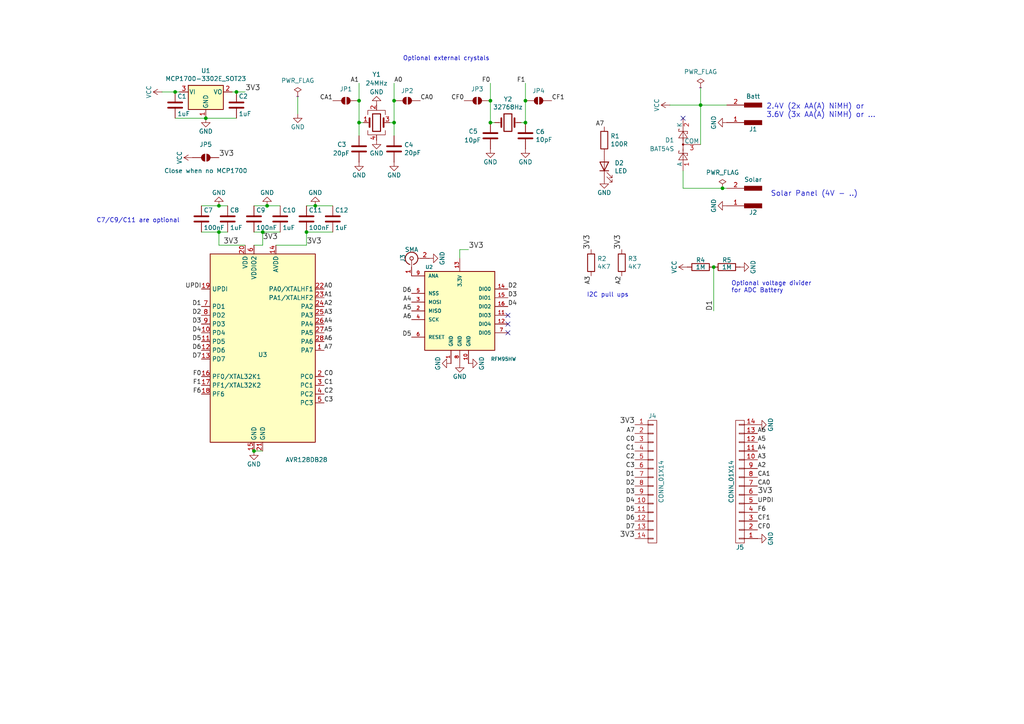
<source format=kicad_sch>
(kicad_sch (version 20250114) (generator "eeschema") (generator_version "9.0")
  (paper "A4")
  (title_block (title "AVR RFM95 Board") (date "2025-02-23") (rev "1.2") (company "http://v7f.eu"))
  (lib_symbols
    (symbol "AVR:AVR128DB28"
      (property "Reference" "U" (at -15.24 27.94 0))
      (property "Value" "AVR128DB28" (at 2.54 -29.21 0))
      (symbol "AVR128DB28_0_0"
        (pin bidirectional line (at -17.78 -11.43 0) (length 2.54) (name "PF1/XTAL32K2") (number "17"))
        (pin bidirectional line (at -17.78 -13.97 0) (length 2.54) (name "PF6") (number "18"))
      )
      (symbol "AVR128DB28_0_1"
        (rectangle (start -15.24 26.67) (end 15.24 -27.94) (stroke (width 0.254)) (fill (type background)))
      )
      (symbol "AVR128DB28_1_1"
        (pin bidirectional line (at -17.78 16.51 0) (length 2.54) (name "UPDI") (number "19"))
        (pin bidirectional line (at -17.78 11.43 0) (length 2.54) (name "PD1") (number "7"))
        (pin bidirectional line (at -17.78 8.89 0) (length 2.54) (name "PD2") (number "8"))
        (pin bidirectional line (at -17.78 6.35 0) (length 2.54) (name "PD3") (number "9"))
        (pin bidirectional line (at -17.78 3.81 0) (length 2.54) (name "PD4") (number "10"))
        (pin bidirectional line (at -17.78 1.27 0) (length 2.54) (name "PD5") (number "11"))
        (pin bidirectional line (at -17.78 -1.27 0) (length 2.54) (name "PD6") (number "12"))
        (pin bidirectional line (at -17.78 -3.81 0) (length 2.54) (name "PD7") (number "13"))
        (pin bidirectional line (at -17.78 -8.89 0) (length 2.54) (name "PF0/XTAL32K1") (number "16"))
        (pin power_in line (at -5.08 29.21 270) (length 2.54) (name "VDD") (number "20"))
        (pin power_in line (at -2.54 29.21 270) (length 2.54) (name "VDDIO2") (number "6"))
        (pin power_in line (at -2.54 -30.48 90) (length 2.54) (name "GND") (number "15"))
        (pin power_in line (at 0 -30.48 90) (length 2.54) (name "GND") (number "21"))
        (pin power_in line (at 3.81 29.21 270) (length 2.54) (name "AVDD") (number "14"))
        (pin bidirectional line (at 17.78 16.51 180) (length 2.54) (name "PA0/XTALHF1") (number "22"))
        (pin bidirectional line (at 17.78 13.97 180) (length 2.54) (name "PA1/XTALHF2") (number "23"))
        (pin bidirectional line (at 17.78 11.43 180) (length 2.54) (name "PA2") (number "24"))
        (pin bidirectional line (at 17.78 8.89 180) (length 2.54) (name "PA3") (number "25"))
        (pin bidirectional line (at 17.78 6.35 180) (length 2.54) (name "PA4") (number "26"))
        (pin bidirectional line (at 17.78 3.81 180) (length 2.54) (name "PA5") (number "27"))
        (pin bidirectional line (at 17.78 1.27 180) (length 2.54) (name "PA6") (number "28"))
        (pin bidirectional line (at 17.78 -1.27 180) (length 2.54) (name "PA7") (number "1"))
        (pin bidirectional line (at 17.78 -8.89 180) (length 2.54) (name "PC0") (number "2"))
        (pin bidirectional line (at 17.78 -11.43 180) (length 2.54) (name "PC1") (number "3"))
        (pin bidirectional line (at 17.78 -13.97 180) (length 2.54) (name "PC2") (number "4"))
        (pin bidirectional line (at 17.78 -16.51 180) (length 2.54) (name "PC3") (number "5"))
      )
    )
    (symbol "Connector:Conn_Coaxial" (pin_names (offset 1.016) (hide yes))
      (property "Reference" "J" (at 0.254 3.048 0))
      (property "Value" "Conn_Coaxial" (at 2.921 0 90))
      (symbol "Conn_Coaxial_0_1"
        (polyline (pts (xy -2.54 0) (xy -0.508 0)))
        (arc (start 1.778 0) (mid 0.222 -1.8079) (end -1.778 -0.508) (stroke (width 0.254)))
        (arc (start -1.778 0.508) (mid 0.2221 1.8084) (end 1.778 0) (stroke (width 0.254)))
        (circle (center 0 0) (radius 0.508) (stroke (width 0.2032)))
        (polyline (pts (xy 0 -2.54) (xy 0 -1.778)))
      )
      (symbol "Conn_Coaxial_1_1"
        (pin passive line (at -5.08 0 0) (length 2.54) (name "In") (number "1"))
        (pin passive line (at 0 -5.08 90) (length 2.54) (name "Ext") (number "2"))
      )
    )
    (symbol "Device:C" (pin_numbers (hide yes)) (pin_names (offset 0.254))
      (property "Reference" "C" (at 0.635 2.54 0))
      (property "Value" "C" (at 0.635 -2.54 0))
      (symbol "C_0_1"
        (polyline (pts (xy -2.032 0.762) (xy 2.032 0.762)) (stroke (width 0.508)))
        (polyline (pts (xy -2.032 -0.762) (xy 2.032 -0.762)) (stroke (width 0.508)))
      )
      (symbol "C_1_1"
        (pin passive line (at 0 3.81 270) (length 2.794) (name "~") (number "1"))
        (pin passive line (at 0 -3.81 90) (length 2.794) (name "~") (number "2"))
      )
    )
    (symbol "Device:Crystal" (pin_numbers (hide yes)) (pin_names (offset 1.016) (hide yes))
      (property "Reference" "Y" (at 0 3.81 0))
      (property "Value" "Crystal" (at 0 -3.81 0))
      (symbol "Crystal_0_1"
        (polyline (pts (xy -2.54 0) (xy -1.905 0)))
        (polyline (pts (xy -1.905 -1.27) (xy -1.905 1.27)) (stroke (width 0.508)))
        (rectangle (start -1.143 2.54) (end 1.143 -2.54) (stroke (width 0.3048)))
        (polyline (pts (xy 1.905 -1.27) (xy 1.905 1.27)) (stroke (width 0.508)))
        (polyline (pts (xy 2.54 0) (xy 1.905 0)))
      )
      (symbol "Crystal_1_1"
        (pin passive line (at -3.81 0 0) (length 1.27) (name "1") (number "1"))
        (pin passive line (at 3.81 0 180) (length 1.27) (name "2") (number "2"))
      )
    )
    (symbol "Device:Crystal_GND24" (pin_names (offset 1.016) (hide yes))
      (property "Reference" "Y" (at 3.175 5.08 0))
      (property "Value" "Crystal_GND24" (at 3.175 3.175 0))
      (symbol "Crystal_GND24_0_1"
        (polyline (pts (xy -2.54 2.286) (xy -2.54 3.556) (xy 2.54 3.556) (xy 2.54 2.286)))
        (polyline (pts (xy -2.54 0) (xy -2.032 0)))
        (polyline (pts (xy -2.54 -2.286) (xy -2.54 -3.556) (xy 2.54 -3.556) (xy 2.54 -2.286)))
        (polyline (pts (xy -2.032 -1.27) (xy -2.032 1.27)) (stroke (width 0.508)))
        (rectangle (start -1.143 2.54) (end 1.143 -2.54) (stroke (width 0.3048)))
        (polyline (pts (xy 0 3.556) (xy 0 3.81)))
        (polyline (pts (xy 0 -3.81) (xy 0 -3.556)))
        (polyline (pts (xy 2.032 0) (xy 2.54 0)))
        (polyline (pts (xy 2.032 -1.27) (xy 2.032 1.27)) (stroke (width 0.508)))
      )
      (symbol "Crystal_GND24_1_1"
        (pin passive line (at -3.81 0 0) (length 1.27) (name "1") (number "1"))
        (pin passive line (at 0 5.08 270) (length 1.27) (name "2") (number "2"))
        (pin passive line (at 0 -5.08 90) (length 1.27) (name "4") (number "4"))
        (pin passive line (at 3.81 0 180) (length 1.27) (name "3") (number "3"))
      )
    )
    (symbol "Device:LED" (pin_numbers (hide yes)) (pin_names (offset 1.016) (hide yes))
      (property "Reference" "D" (at 0 2.54 0))
      (property "Value" "LED" (at 0 -2.54 0))
      (symbol "LED_0_1"
        (polyline (pts (xy -3.048 -0.762) (xy -4.572 -2.286) (xy -3.81 -2.286) (xy -4.572 -2.286) (xy -4.572 -1.524)))
        (polyline (pts (xy -1.778 -0.762) (xy -3.302 -2.286) (xy -2.54 -2.286) (xy -3.302 -2.286) (xy -3.302 -1.524)))
        (polyline (pts (xy -1.27 0) (xy 1.27 0)))
        (polyline (pts (xy -1.27 -1.27) (xy -1.27 1.27)) (stroke (width 0.254)))
        (polyline (pts (xy 1.27 -1.27) (xy 1.27 1.27) (xy -1.27 0) (xy 1.27 -1.27)) (stroke (width 0.254)))
      )
      (symbol "LED_1_1"
        (pin passive line (at -3.81 0 0) (length 2.54) (name "K") (number "1"))
        (pin passive line (at 3.81 0 180) (length 2.54) (name "A") (number "2"))
      )
    )
    (symbol "Device:R" (pin_numbers (hide yes)) (pin_names (offset 0))
      (property "Reference" "R" (at 2.032 0 90))
      (property "Value" "R" (at 0 0 90))
      (symbol "R_0_1"
        (rectangle (start -1.016 -2.54) (end 1.016 2.54) (stroke (width 0.254)))
      )
      (symbol "R_1_1"
        (pin passive line (at 0 3.81 270) (length 1.27) (name "~") (number "1"))
        (pin passive line (at 0 -3.81 90) (length 1.27) (name "~") (number "2"))
      )
    )
    (symbol "Diode:BAT54S" (pin_names (offset 0))
      (property "Reference" "D" (at 2.54 -5.08 0))
      (property "Value" "BAT54S" (at -6.35 3.175 0))
      (symbol "BAT54S_0_1"
        (polyline (pts (xy -4.445 1.27) (xy -4.445 -1.27) (xy -2.54 0) (xy -4.445 1.27)))
        (polyline (pts (xy -3.81 0) (xy -1.27 0)))
        (polyline (pts (xy -3.175 -1.27) (xy -3.175 -1.016)))
        (polyline (pts (xy -2.54 1.27) (xy -1.905 1.27)))
        (polyline (pts (xy -2.54 -1.27) (xy -3.175 -1.27)))
        (polyline (pts (xy -2.54 -1.27) (xy -2.54 1.27)))
        (polyline (pts (xy -1.905 1.27) (xy -1.905 1.016)))
        (polyline (pts (xy -1.905 0) (xy 1.905 0)))
        (circle (center 0 0) (radius 0.254) (fill (type outline)))
        (polyline (pts (xy 1.27 0) (xy 3.81 0)))
        (polyline (pts (xy 1.905 1.27) (xy 1.905 -1.27) (xy 3.81 0) (xy 1.905 1.27)))
        (polyline (pts (xy 3.175 -1.27) (xy 3.175 -1.016)))
        (polyline (pts (xy 3.81 1.27) (xy 4.445 1.27)))
        (polyline (pts (xy 3.81 -1.27) (xy 3.175 -1.27)))
        (polyline (pts (xy 3.81 -1.27) (xy 3.81 1.27)))
        (polyline (pts (xy 4.445 1.27) (xy 4.445 1.016)))
      )
      (symbol "BAT54S_1_1"
        (pin passive line (at -7.62 0 0) (length 3.81) (name "A") (number "1"))
        (pin passive line (at 0 -5.08 90) (length 5.08) (name "COM") (number "3"))
        (pin passive line (at 7.62 0 180) (length 3.81) (name "K") (number "2"))
      )
    )
    (symbol "Jumper:SolderJumper_2_Open" (pin_numbers (hide yes)) (pin_names (offset 0) (hide yes)) (exclude_from_sim yes) (in_bom no)
      (property "Reference" "JP" (at 0 2.032 0))
      (property "Value" "SolderJumper_2_Open" (at 0 -2.54 0))
      (symbol "SolderJumper_2_Open_0_1"
        (polyline (pts (xy -0.254 1.016) (xy -0.254 -1.016)))
        (arc (start -0.254 -1.016) (mid -1.2656 0) (end -0.254 1.016))
        (arc (start -0.254 -1.016) (mid -1.2656 0) (end -0.254 1.016) (fill (type outline)))
        (arc (start 0.254 1.016) (mid 1.2656 0) (end 0.254 -1.016))
        (arc (start 0.254 1.016) (mid 1.2656 0) (end 0.254 -1.016) (fill (type outline)))
        (polyline (pts (xy 0.254 1.016) (xy 0.254 -1.016)))
      )
      (symbol "SolderJumper_2_Open_1_1"
        (pin passive line (at -3.81 0 0) (length 2.54) (name "A") (number "1"))
        (pin passive line (at 3.81 0 180) (length 2.54) (name "B") (number "2"))
      )
    )
    (symbol "RFM95:RFM95HW" (pin_names (offset 1.016))
      (property "Reference" "U" (at -8.89 6.35 0))
      (property "Value" "RFM95HW" (at 6.35 -19.05 0))
      (property "Datasheet" "https://cdn-learn.adafruit.com/assets/assets/000/031/659/original/RFM95_96_97_98W.pdf?1460518717" (at 0 0 0))
      (symbol "RFM95HW_0_1"
        (rectangle (start -10.16 5.08) (end 10.16 -17.78) (stroke (width 0.254)) (fill (type background)))
      )
      (symbol "RFM95HW_1_1"
        (pin passive line (at -13.97 3.81 0) (length 3.81) (name "ANA") (number "9"))
        (pin input line (at -13.97 -1.27 0) (length 3.81) (name "NSS") (number "5"))
        (pin input line (at -13.97 -3.81 0) (length 3.81) (name "MOSI") (number "3"))
        (pin tri_state line (at -13.97 -6.35 0) (length 3.81) (name "MISO") (number "2"))
        (pin input line (at -13.97 -8.89 0) (length 3.81) (name "SCK") (number "4"))
        (pin bidirectional line (at -13.97 -13.97 0) (length 3.81) (name "RESET") (number "6"))
        (pin power_in line (at -2.54 -21.59 90) (length 3.81) (name "GND") (number "1"))
        (pin power_in line (at 0 8.89 270) (length 3.81) (name "3.3V") (number "13"))
        (pin power_in line (at 0 -21.59 90) (length 3.81) (name "GND") (number "8"))
        (pin power_in line (at 2.54 -21.59 90) (length 3.81) (name "GND") (number "10"))
        (pin bidirectional line (at 13.97 0 180) (length 3.81) (name "DIO0") (number "14"))
        (pin bidirectional line (at 13.97 -2.54 180) (length 3.81) (name "DIO1") (number "15"))
        (pin bidirectional line (at 13.97 -5.08 180) (length 3.81) (name "DIO2") (number "16"))
        (pin bidirectional line (at 13.97 -7.62 180) (length 3.81) (name "DIO3") (number "11"))
        (pin bidirectional line (at 13.97 -10.16 180) (length 3.81) (name "DIO4") (number "12"))
        (pin bidirectional line (at 13.97 -12.7 180) (length 3.81) (name "DIO5") (number "7"))
      )
    )
    (symbol "Regulator_Linear:MCP1700x-330xxTT" (pin_names (offset 0.254))
      (property "Reference" "U" (at -3.81 3.175 0))
      (property "Value" "MCP1700x-330xxTT" (at 0 3.175 0))
      (symbol "MCP1700x-330xxTT_0_1"
        (rectangle (start -5.08 1.905) (end 5.08 -5.08) (stroke (width 0.254)) (fill (type background)))
      )
      (symbol "MCP1700x-330xxTT_1_1"
        (pin power_in line (at -7.62 0 0) (length 2.54) (name "VI") (number "3"))
        (pin power_in line (at 0 -7.62 90) (length 2.54) (name "GND") (number "1"))
        (pin power_out line (at 7.62 0 180) (length 2.54) (name "VO") (number "2"))
      )
    )
    (symbol "STM-LORA-rescue:C" (pin_numbers (hide yes)) (pin_names (offset 0.254))
      (property "Reference" "C" (at 0.635 2.54 0))
      (property "Value" "C" (at 0.635 -2.54 0))
      (symbol "C_0_1"
        (polyline (pts (xy -2.032 0.762) (xy 2.032 0.762)) (stroke (width 0.508)))
        (polyline (pts (xy -2.032 -0.762) (xy 2.032 -0.762)) (stroke (width 0.508)))
      )
      (symbol "C_1_1"
        (pin passive line (at 0 3.81 270) (length 2.794) (name "~") (number "1"))
        (pin passive line (at 0 -3.81 90) (length 2.794) (name "~") (number "2"))
      )
    )
    (symbol "STM-LORA-rescue:CONN_01X02_MALE" (pin_names (offset 1.016) (hide yes))
      (property "Reference" "J" (at 0 4.445 0))
      (property "Value" "CONN_01X02_MALE" (at 0 -5.08 0))
      (symbol "CONN_01X02_MALE_0_1"
        (rectangle (start -2.54 3.175) (end -2.54 3.175))
        (rectangle (start -2.54 -1.905) (end 2.54 -3.175) (fill (type outline)))
        (rectangle (start 2.54 3.175) (end -2.54 1.905) (fill (type outline)))
      )
      (symbol "CONN_01X02_MALE_1_1"
        (pin passive line (at 7.62 2.54 180) (length 5.08) (name "1") (number "1"))
        (pin passive line (at 7.62 -2.54 180) (length 5.08) (name "2") (number "2"))
      )
    )
    (symbol "STM-LORA-rescue:CONN_01X14" (pin_names (offset 1.016) (hide yes))
      (property "Reference" "J" (at 0 19.05 0))
      (property "Value" "CONN_01X14" (at 2.54 0 90))
      (symbol "CONN_01X14_0_1"
        (rectangle (start -1.27 17.78) (end 1.27 -17.78))
        (rectangle (start -1.27 16.637) (end 0.254 16.383))
        (rectangle (start -1.27 14.097) (end 0.254 13.843))
        (rectangle (start -1.27 11.557) (end 0.254 11.303))
        (rectangle (start -1.27 9.017) (end 0.254 8.763))
        (rectangle (start -1.27 6.477) (end 0.254 6.223))
        (rectangle (start -1.27 3.937) (end 0.254 3.683))
        (rectangle (start -1.27 1.397) (end 0.254 1.143))
        (rectangle (start -1.27 -1.143) (end 0.254 -1.397))
        (rectangle (start -1.27 -3.683) (end 0.254 -3.937))
        (rectangle (start -1.27 -6.223) (end 0.254 -6.477))
        (rectangle (start -1.27 -8.763) (end 0.254 -9.017))
        (rectangle (start -1.27 -11.303) (end 0.254 -11.557))
        (rectangle (start -1.27 -13.843) (end 0.254 -14.097))
        (rectangle (start -1.27 -16.383) (end 0.254 -16.637))
      )
      (symbol "CONN_01X14_1_1"
        (pin passive line (at -5.08 16.51 0) (length 3.81) (name "P1") (number "1"))
        (pin passive line (at -5.08 13.97 0) (length 3.81) (name "P2") (number "2"))
        (pin passive line (at -5.08 11.43 0) (length 3.81) (name "P3") (number "3"))
        (pin passive line (at -5.08 8.89 0) (length 3.81) (name "P4") (number "4"))
        (pin passive line (at -5.08 6.35 0) (length 3.81) (name "P5") (number "5"))
        (pin passive line (at -5.08 3.81 0) (length 3.81) (name "P6") (number "6"))
        (pin passive line (at -5.08 1.27 0) (length 3.81) (name "P7") (number "7"))
        (pin passive line (at -5.08 -1.27 0) (length 3.81) (name "P8") (number "8"))
        (pin passive line (at -5.08 -3.81 0) (length 3.81) (name "P9") (number "9"))
        (pin passive line (at -5.08 -6.35 0) (length 3.81) (name "P10") (number "10"))
        (pin passive line (at -5.08 -8.89 0) (length 3.81) (name "P11") (number "11"))
        (pin passive line (at -5.08 -11.43 0) (length 3.81) (name "P12") (number "12"))
        (pin passive line (at -5.08 -13.97 0) (length 3.81) (name "P13") (number "13"))
        (pin passive line (at -5.08 -16.51 0) (length 3.81) (name "P14") (number "14"))
      )
    )
    (symbol "STM-LORA-rescue:R" (pin_numbers (hide yes)) (pin_names (offset 0))
      (property "Reference" "R" (at 2.032 0 90))
      (property "Value" "R" (at 0 0 90))
      (symbol "R_0_1"
        (rectangle (start -1.016 -2.54) (end 1.016 2.54) (stroke (width 0.254)))
      )
      (symbol "R_1_1"
        (pin passive line (at 0 3.81 270) (length 1.27) (name "~") (number "1"))
        (pin passive line (at 0 -3.81 90) (length 1.27) (name "~") (number "2"))
      )
    )
    (symbol "power:GND" (power) (pin_numbers (hide yes)) (pin_names (offset 0) (hide yes))
      (property "Value" "GND" (at 0 -3.81 0))
      (symbol "GND_0_1"
        (polyline (pts (xy 0 0) (xy 0 -1.27) (xy 1.27 -1.27) (xy 0 -2.54) (xy -1.27 -1.27) (xy 0 -1.27)))
      )
      (symbol "GND_1_1"
        (pin power_in line (at 0 0 270) (length 0) (name "~") (number "1"))
      )
    )
    (symbol "power:PWR_FLAG" (power) (pin_numbers (hide yes)) (pin_names (offset 0) (hide yes))
      (property "Value" "PWR_FLAG" (at 0 3.81 0))
      (symbol "PWR_FLAG_0_0"
        (pin power_out line (at 0 0 90) (length 0) (name "~") (number "1"))
      )
      (symbol "PWR_FLAG_0_1"
        (polyline (pts (xy 0 0) (xy 0 1.27) (xy -1.016 1.905) (xy 0 2.54) (xy 1.016 1.905) (xy 0 1.27)))
      )
    )
    (symbol "power:VCC" (power) (pin_numbers (hide yes)) (pin_names (offset 0) (hide yes))
      (property "Value" "VCC" (at 0 3.556 0))
      (symbol "VCC_0_1"
        (polyline (pts (xy -0.762 1.27) (xy 0 2.54)))
        (polyline (pts (xy 0 2.54) (xy 0.762 1.27)))
        (polyline (pts (xy 0 0) (xy 0 2.54)))
      )
      (symbol "VCC_1_1"
        (pin power_in line (at 0 0 90) (length 0) (name "~") (number "1"))
      )
    )
  )
  (text "Optional external crystals" (at 116.84 17.78 0) (effects (font (size 1.27 1.27)) (justify left bottom)))
  (text "Solar Panel (4V - ..)" (at 223.52 57.15 0) (effects (font (size 1.524 1.524)) (justify left bottom)))
  (text "C7/C9/C11 are optional" (at 27.94 64.77 0) (effects (font (size 1.27 1.27)) (justify left bottom)))
  (text "I2C pull ups" (at 170.18 86.36 0) (effects (font (size 1.27 1.27)) (justify left bottom)))
  (text "2.4V (2x AA(A) NiMH) or\n3.6V (3x AA(A) NiMH) or ..." (at 222.25 34.29 0) (effects (font (size 1.524 1.524)) (justify left bottom)))
  (text "Optional voltage divider\nfor ADC Battery" (at 212.09 85.09 0) (effects (font (size 1.27 1.27)) (justify left bottom)))
  (junction (at 73.66 130.81))
  (junction (at 207.01 77.47))
  (junction (at 209.55 54.61))
  (junction (at 50.8 26.67))
  (junction (at 114.3 35.56))
  (junction (at 77.47 59.69))
  (junction (at 63.5 59.69))
  (junction (at 104.14 29.21))
  (junction (at 91.44 59.69))
  (junction (at 68.58 26.67))
  (junction (at 59.69 34.29))
  (junction (at 203.2 30.48))
  (junction (at 152.4 35.56))
  (junction (at 63.5 67.31))
  (junction (at 88.9 67.31))
  (junction (at 76.2 67.31))
  (junction (at 114.3 29.21))
  (junction (at 152.4 29.21))
  (junction (at 104.14 35.56))
  (junction (at 142.24 35.56))
  (junction (at 142.24 29.21))
  (no_connect (at 147.32 91.44))
  (no_connect (at 147.32 93.98))
  (no_connect (at 147.32 96.52))
  (no_connect (at 198.12 34.29))
  (wire (pts (xy 76.2 71.12) (xy 76.2 67.31)))
  (wire (pts (xy 63.5 71.12) (xy 63.5 67.31)))
  (wire (pts (xy 114.3 35.56) (xy 114.3 39.37)))
  (wire (pts (xy 142.24 29.21) (xy 142.24 35.56)))
  (wire (pts (xy 114.3 29.21) (xy 114.3 35.56)))
  (wire (pts (xy 80.01 71.12) (xy 88.9 71.12)))
  (wire (pts (xy 142.24 24.13) (xy 142.24 29.21)))
  (wire (pts (xy 143.51 35.56) (xy 142.24 35.56)))
  (wire (pts (xy 67.31 26.67) (xy 68.58 26.67)))
  (wire (pts (xy 71.12 71.12) (xy 63.5 71.12)))
  (wire (pts (xy 58.42 59.69) (xy 63.5 59.69)))
  (wire (pts (xy 104.14 29.21) (xy 104.14 35.56)))
  (wire (pts (xy 152.4 24.13) (xy 152.4 29.21)))
  (wire (pts (xy 209.55 54.61) (xy 210.82 54.61)))
  (wire (pts (xy 88.9 67.31) (xy 96.52 67.31)))
  (wire (pts (xy 88.9 71.12) (xy 88.9 67.31)))
  (wire (pts (xy 104.14 35.56) (xy 104.14 39.37)))
  (wire (pts (xy 63.5 67.31) (xy 66.04 67.31)))
  (wire (pts (xy 46.99 26.67) (xy 50.8 26.67)))
  (wire (pts (xy 104.14 24.13) (xy 104.14 29.21)))
  (wire (pts (xy 88.9 59.69) (xy 91.44 59.69)))
  (wire (pts (xy 133.35 72.39) (xy 133.35 74.93)))
  (wire (pts (xy 194.31 30.48) (xy 203.2 30.48)))
  (wire (pts (xy 73.66 71.12) (xy 76.2 71.12)))
  (wire (pts (xy 151.13 35.56) (xy 152.4 35.56)))
  (wire (pts (xy 50.8 34.29) (xy 59.69 34.29)))
  (wire (pts (xy 203.2 30.48) (xy 203.2 41.91)))
  (wire (pts (xy 76.2 67.31) (xy 81.28 67.31)))
  (wire (pts (xy 207.01 90.17) (xy 207.01 77.47)))
  (wire (pts (xy 68.58 26.67) (xy 71.12 26.67)))
  (wire (pts (xy 59.69 34.29) (xy 68.58 34.29)))
  (wire (pts (xy 73.66 67.31) (xy 76.2 67.31)))
  (wire (pts (xy 63.5 59.69) (xy 66.04 59.69)))
  (wire (pts (xy 198.12 54.61) (xy 198.12 49.53)))
  (wire (pts (xy 152.4 29.21) (xy 152.4 35.56)))
  (wire (pts (xy 135.89 72.39) (xy 133.35 72.39)))
  (wire (pts (xy 73.66 59.69) (xy 77.47 59.69)))
  (wire (pts (xy 77.47 59.69) (xy 81.28 59.69)))
  (wire (pts (xy 86.36 33.02) (xy 86.36 27.94)))
  (wire (pts (xy 203.2 30.48) (xy 203.2 25.4)))
  (wire (pts (xy 91.44 59.69) (xy 96.52 59.69)))
  (wire (pts (xy 114.3 24.13) (xy 114.3 29.21)))
  (wire (pts (xy 113.03 35.56) (xy 114.3 35.56)))
  (wire (pts (xy 105.41 35.56) (xy 104.14 35.56)))
  (wire (pts (xy 76.2 130.81) (xy 73.66 130.81)))
  (wire (pts (xy 58.42 67.31) (xy 63.5 67.31)))
  (wire (pts (xy 198.12 54.61) (xy 209.55 54.61)))
  (wire (pts (xy 203.2 30.48) (xy 210.82 30.48)))
  (wire (pts (xy 50.8 26.67) (xy 52.07 26.67)))
  (label "C0" (at 184.15 128.27 180))
  (label "A1" (at 93.98 86.36 0))
  (label "C3" (at 184.15 135.89 180))
  (label "D5" (at 184.15 148.59 180))
  (label "A6" (at 119.38 92.71 180))
  (label "CF0" (at 219.71 153.67 0))
  (label "D4" (at 184.15 146.05 180))
  (label "A5" (at 219.71 128.27 0))
  (label "3V3" (at 63.5 45.72 0) (effects (font (size 1.524 1.524))))
  (label "A0" (at 114.3 24.13 0))
  (label "A2" (at 219.71 135.89 0))
  (label "A5" (at 119.38 90.17 180))
  (label "C2" (at 184.15 133.35 180))
  (label "D2" (at 184.15 140.97 180))
  (label "A3" (at 219.71 133.35 0))
  (label "A4" (at 219.71 130.81 0))
  (label "3V3" (at 171.45 72.39 90) (effects (font (size 1.524 1.524))))
  (label "CF1" (at 160.02 29.21 0))
  (label "A0" (at 93.98 83.82 0))
  (label "D6" (at 58.42 101.6 180))
  (label "C2" (at 93.98 114.3 0))
  (label "3V3" (at 180.34 72.39 90) (effects (font (size 1.524 1.524))))
  (label "CF1" (at 219.71 151.13 0))
  (label "UPDI" (at 58.42 83.82 180))
  (label "F6" (at 219.71 148.59 0))
  (label "A4" (at 119.38 87.63 180))
  (label "CF0" (at 134.62 29.21 180))
  (label "D2" (at 58.42 91.44 180))
  (label "A4" (at 93.98 93.98 0))
  (label "A7" (at 93.98 101.6 0))
  (label "UPDI" (at 219.71 146.05 0))
  (label "F6" (at 58.42 114.3 180))
  (label "D5" (at 119.38 97.79 180))
  (label "F0" (at 58.42 109.22 180))
  (label "A5" (at 93.98 96.52 0))
  (label "D7" (at 184.15 153.67 180))
  (label "A1" (at 104.14 24.13 180))
  (label "CA1" (at 96.52 29.21 180))
  (label "3V3" (at 64.77 71.12 0) (effects (font (size 1.524 1.524))))
  (label "D7" (at 58.42 104.14 180))
  (label "F1" (at 58.42 111.76 180))
  (label "D1" (at 184.15 138.43 180))
  (label "3V3" (at 71.12 26.67 0) (effects (font (size 1.524 1.524))))
  (label "D5" (at 58.42 99.06 180))
  (label "D4" (at 147.32 88.9 0))
  (label "D2" (at 147.32 83.82 0))
  (label "C1" (at 93.98 111.76 0))
  (label "D6" (at 184.15 151.13 180))
  (label "CA1" (at 219.71 138.43 0))
  (label "A3" (at 171.45 80.01 270))
  (label "3V3" (at 88.9 71.12 0) (effects (font (size 1.524 1.524))))
  (label "A6" (at 219.71 125.73 0))
  (label "A6" (at 93.98 99.06 0))
  (label "F1" (at 152.4 24.13 180))
  (label "D1" (at 58.42 88.9 180))
  (label "D1" (at 207.01 90.17 90) (effects (font (size 1.524 1.524))))
  (label "CA0" (at 219.71 140.97 0))
  (label "A2" (at 93.98 88.9 0))
  (label "D3" (at 58.42 93.98 180))
  (label "A3" (at 93.98 91.44 0))
  (label "D6" (at 119.38 85.09 180))
  (label "3V3" (at 184.15 156.21 180) (effects (font (size 1.524 1.524))))
  (label "D3" (at 184.15 143.51 180))
  (label "3V3" (at 184.15 123.19 180) (effects (font (size 1.524 1.524))))
  (label "3V3" (at 219.71 143.51 0) (effects (font (size 1.524 1.524))))
  (label "D4" (at 58.42 96.52 180))
  (label "C3" (at 93.98 116.84 0))
  (label "A7" (at 175.26 36.83 180))
  (label "C0" (at 93.98 109.22 0))
  (label "3V3" (at 76.2 69.85 0) (effects (font (size 1.524 1.524))))
  (label "C1" (at 184.15 130.81 180))
  (label "F0" (at 142.24 24.13 180))
  (label "A2" (at 180.34 80.01 270))
  (label "CA0" (at 121.92 29.21 0))
  (label "3V3" (at 135.89 72.39 0) (effects (font (size 1.524 1.524))))
  (label "D3" (at 147.32 86.36 0))
  (label "A7" (at 184.15 125.73 180))
  (symbol (lib_id "power:VCC") (at 194.31 30.48 90) (unit 1)
    (property "Reference" "#PWR02" (effects (hide yes)))
    (property "Value" "VCC" (at 190.5 30.48 0))
    (property "Description" "Power symbol creates a global label with name \"VCC\"" (effects (hide yes)))
  )
  (symbol (lib_id "RFM95:RFM95HW") (at 133.35 83.82 0) (unit 1)
    (property "Reference" "U2" (at 124.46 77.47 0) (effects (font (size 1.016 1.016))))
    (property "Value" "RFM95HW" (at 146.05 104.14 0) (effects (font (size 1.016 1.016))))
    (property "Footprint" "RFM:RFM95" (effects (hide yes)))
    (property "Datasheet" "https://cdn-learn.adafruit.com/assets/assets/000/031/659/original/RFM95_96_97_98W.pdf?1460518717" (effects (hide yes)))
    (property "Description" "RFM95HW, LORA +20dBm HopeRF Wireless Transceiver, Vcc=3.3V" (effects (hide yes)))
  )
  (symbol (lib_id "power:GND") (at 130.81 105.41 270) (unit 1)
    (property "Reference" "#PWR018" (effects (hide yes)))
    (property "Value" "GND" (at 127 105.41 0))
    (property "Description" "Power symbol creates a global label with name \"GND\" , ground" (effects (hide yes)))
  )
  (symbol (lib_id "power:GND") (at 133.35 105.41 0) (unit 1)
    (property "Reference" "#PWR019" (effects (hide yes)))
    (property "Value" "GND" (at 133.35 109.22 0))
    (property "Description" "Power symbol creates a global label with name \"GND\" , ground" (effects (hide yes)))
  )
  (symbol (lib_id "power:GND") (at 135.89 105.41 90) (unit 1)
    (property "Reference" "#PWR020" (effects (hide yes)))
    (property "Value" "GND" (at 139.7 105.41 0))
    (property "Description" "Power symbol creates a global label with name \"GND\" , ground" (effects (hide yes)))
  )
  (symbol (lib_id "power:GND") (at 86.36 33.02 0) (unit 1)
    (property "Reference" "#PWR03" (effects (hide yes)))
    (property "Value" "GND" (at 86.36 36.83 0))
    (property "Description" "Power symbol creates a global label with name \"GND\" , ground" (effects (hide yes)))
  )
  (symbol (lib_id "STM-LORA-rescue:R") (at 210.82 77.47 90) (unit 1)
    (property "Reference" "R5" (at 210.82 75.438 90))
    (property "Value" "1M" (at 210.82 77.47 90))
    (property "Footprint" "Resistor_SMD:R_1206_3216Metric" (effects (hide yes)))
  )
  (symbol (lib_id "STM-LORA-rescue:R") (at 203.2 77.47 90) (unit 1)
    (property "Reference" "R4" (at 203.2 75.438 90))
    (property "Value" "1M" (at 203.2 77.47 90))
    (property "Footprint" "Resistor_SMD:R_1206_3216Metric" (effects (hide yes)))
  )
  (symbol (lib_id "power:VCC") (at 199.39 77.47 90) (unit 1)
    (property "Reference" "#PWR016" (effects (hide yes)))
    (property "Value" "VCC" (at 195.58 77.47 0))
    (property "Description" "Power symbol creates a global label with name \"VCC\"" (effects (hide yes)))
  )
  (symbol (lib_id "power:GND") (at 214.63 77.47 90) (unit 1)
    (property "Reference" "#PWR017" (effects (hide yes)))
    (property "Value" "GND" (at 218.44 77.47 0))
    (property "Description" "Power symbol creates a global label with name \"GND\" , ground" (effects (hide yes)))
  )
  (symbol (lib_id "power:PWR_FLAG") (at 86.36 27.94 0) (unit 1)
    (property "Reference" "#FLG02" (effects (hide yes)))
    (property "Value" "PWR_FLAG" (at 86.36 23.368 0))
    (property "Datasheet" "~" (at 86.36 27.94 0))
    (property "Description" "Special symbol for telling ERC where power comes from" (effects (hide yes)))
  )
  (symbol (lib_id "power:PWR_FLAG") (at 203.2 25.4 0) (unit 1)
    (property "Reference" "#FLG01" (effects (hide yes)))
    (property "Value" "PWR_FLAG" (at 203.2 20.828 0))
    (property "Datasheet" "~" (at 203.2 25.4 0))
    (property "Description" "Special symbol for telling ERC where power comes from" (effects (hide yes)))
  )
  (symbol (lib_id "power:PWR_FLAG") (at 209.55 54.61 0) (unit 1)
    (property "Reference" "#FLG03" (effects (hide yes)))
    (property "Value" "PWR_FLAG" (at 209.55 50.038 0))
    (property "Datasheet" "~" (at 209.55 54.61 0))
    (property "Description" "Special symbol for telling ERC where power comes from" (effects (hide yes)))
  )
  (symbol (lib_id "STM-LORA-rescue:CONN_01X02_MALE") (at 218.44 33.02 180) (unit 1)
    (property "Reference" "J1" (at 218.44 37.465 0))
    (property "Value" "Batt" (at 218.44 27.94 0))
    (property "Footprint" "Connector_PinHeader_2.54mm:PinHeader_1x02_P2.54mm_Vertical" (effects (hide yes)))
  )
  (symbol (lib_id "power:GND") (at 210.82 35.56 270) (unit 1)
    (property "Reference" "#PWR05" (effects (hide yes)))
    (property "Value" "GND" (at 207.01 35.56 0))
    (property "Description" "Power symbol creates a global label with name \"GND\" , ground" (effects (hide yes)))
  )
  (symbol (lib_id "STM-LORA-rescue:CONN_01X02_MALE") (at 218.44 57.15 180) (unit 1)
    (property "Reference" "J2" (at 218.44 61.595 0))
    (property "Value" "Solar" (at 218.44 52.07 0))
    (property "Footprint" "Connector_PinHeader_2.54mm:PinHeader_1x02_P2.54mm_Vertical" (effects (hide yes)))
  )
  (symbol (lib_id "power:GND") (at 210.82 59.69 270) (unit 1)
    (property "Reference" "#PWR015" (effects (hide yes)))
    (property "Value" "GND" (at 207.01 59.69 0))
    (property "Description" "Power symbol creates a global label with name \"GND\" , ground" (effects (hide yes)))
  )
  (symbol (lib_id "STM-LORA-rescue:CONN_01X14") (at 189.23 139.7 0) (unit 1)
    (property "Reference" "J4" (at 189.23 120.65 0))
    (property "Value" "CONN_01X14" (at 191.77 139.7 90))
    (property "Footprint" "Connector_PinHeader_2.54mm:PinHeader_1x14_P2.54mm_Vertical" (effects (hide yes)))
  )
  (symbol (lib_id "Connector:Conn_Coaxial") (at 119.38 74.93 90) (unit 1)
    (property "Reference" "J3" (at 116.84 74.93 0))
    (property "Value" "SMA" (at 119.38 72.39 90))
    (property "Footprint" "Connector_Coaxial:SMA_Amphenol_132134_Vertical" (effects (hide yes)))
    (property "Description" "coaxial connector (BNC, SMA, SMB, SMC, Cinch/RCA, LEMO, ...)" (effects (hide yes)))
  )
  (symbol (lib_id "AVR:AVR128DB28") (at 76.2 100.33 0) (unit 1)
    (property "Reference" "U3" (at 76.2 102.87 0))
    (property "Value" "AVR128DB28" (at 88.9 133.35 0))
    (property "Footprint" "Package_SO:SOIC-28W_7.5x17.9mm_P1.27mm" (effects (hide yes)))
    (property "Datasheet" "https://www.microchip.com/content/dam/mchp/documents/MCU08/ProductDocuments/DataSheets/AVR128DB28-32-48-64-DataSheet-DS40002247A.pdf" (effects (hide yes)))
    (property "Description" "24MHz, 128kB Flash, 4kB Boot, 16kB SRAM, 512B EEPROM, SOIC-28" (effects (hide yes)))
  )
  (symbol (lib_id "power:GND") (at 73.66 130.81 0) (unit 1)
    (property "Reference" "#PWR022" (effects (hide yes)))
    (property "Value" "GND" (at 73.66 134.62 0))
    (property "Description" "Power symbol creates a global label with name \"GND\" , ground" (effects (hide yes)))
  )
  (symbol (lib_id "STM-LORA-rescue:C") (at 88.9 63.5 0) (unit 1)
    (property "Reference" "C11" (at 89.535 60.96 0) (effects (justify left)))
    (property "Value" "100nF" (at 89.535 66.04 0) (effects (justify left)))
    (property "Footprint" "Capacitor_SMD:C_1206_3216Metric" (effects (hide yes)))
  )
  (symbol (lib_id "STM-LORA-rescue:C") (at 96.52 63.5 0) (unit 1)
    (property "Reference" "C12" (at 97.155 60.96 0) (effects (justify left)))
    (property "Value" "1uF" (at 97.155 66.04 0) (effects (justify left)))
    (property "Footprint" "Capacitor_SMD:C_1206_3216Metric" (effects (hide yes)))
  )
  (symbol (lib_id "STM-LORA-rescue:C") (at 73.66 63.5 0) (unit 1)
    (property "Reference" "C9" (at 74.295 60.96 0) (effects (justify left)))
    (property "Value" "100nF" (at 74.295 66.04 0) (effects (justify left)))
    (property "Footprint" "Capacitor_SMD:C_1206_3216Metric" (effects (hide yes)))
  )
  (symbol (lib_id "STM-LORA-rescue:C") (at 81.28 63.5 0) (unit 1)
    (property "Reference" "C10" (at 81.915 60.96 0) (effects (justify left)))
    (property "Value" "1uF" (at 81.915 66.04 0) (effects (justify left)))
    (property "Footprint" "Capacitor_SMD:C_1206_3216Metric" (effects (hide yes)))
  )
  (symbol (lib_id "STM-LORA-rescue:C") (at 58.42 63.5 0) (unit 1)
    (property "Reference" "C7" (at 59.055 60.96 0) (effects (justify left)))
    (property "Value" "100nF" (at 59.055 66.04 0) (effects (justify left)))
    (property "Footprint" "Capacitor_SMD:C_1206_3216Metric" (effects (hide yes)))
  )
  (symbol (lib_id "STM-LORA-rescue:C") (at 66.04 63.5 0) (unit 1)
    (property "Reference" "C8" (at 66.675 60.96 0) (effects (justify left)))
    (property "Value" "1uF" (at 66.675 66.04 0) (effects (justify left)))
    (property "Footprint" "Capacitor_SMD:C_1206_3216Metric" (effects (hide yes)))
  )
  (symbol (lib_id "power:GND") (at 63.5 59.69 180) (unit 1)
    (property "Reference" "#PWR012" (effects (hide yes)))
    (property "Value" "GND" (at 63.5 55.88 0))
    (property "Description" "Power symbol creates a global label with name \"GND\" , ground" (effects (hide yes)))
  )
  (symbol (lib_id "power:GND") (at 77.47 59.69 180) (unit 1)
    (property "Reference" "#PWR013" (effects (hide yes)))
    (property "Value" "GND" (at 77.47 55.88 0))
    (property "Description" "Power symbol creates a global label with name \"GND\" , ground" (effects (hide yes)))
  )
  (symbol (lib_id "power:GND") (at 91.44 59.69 180) (unit 1)
    (property "Reference" "#PWR014" (effects (hide yes)))
    (property "Value" "GND" (at 91.44 55.88 0))
    (property "Description" "Power symbol creates a global label with name \"GND\" , ground" (effects (hide yes)))
  )
  (symbol (lib_id "Regulator_Linear:MCP1700x-330xxTT") (at 59.69 26.67 0) (unit 1)
    (property "Reference" "U1" (at 59.69 20.5232 0))
    (property "Value" "MCP1700-3302E_SOT23" (at 59.69 22.8346 0))
    (property "Footprint" "Package_TO_SOT_SMD:SOT-23" (effects (hide yes)))
    (property "Datasheet" "http://ww1.microchip.com/downloads/en/DeviceDoc/20001826D.pdf" (effects (hide yes)))
    (property "Description" "250mA Low Quiscent Current LDO, 3.3V output, SOT-23" (effects (hide yes)))
  )
  (symbol (lib_id "power:GND") (at 59.69 34.29 0) (unit 1)
    (property "Reference" "#PWR04" (effects (hide yes)))
    (property "Value" "GND" (at 59.69 38.1 0))
    (property "Description" "Power symbol creates a global label with name \"GND\" , ground" (effects (hide yes)))
  )
  (symbol (lib_id "power:VCC") (at 46.99 26.67 90) (unit 1)
    (property "Reference" "#PWR01" (effects (hide yes)))
    (property "Value" "VCC" (at 43.18 26.67 0))
    (property "Description" "Power symbol creates a global label with name \"VCC\"" (effects (hide yes)))
  )
  (symbol (lib_id "STM-LORA-rescue:C") (at 68.58 30.48 0) (unit 1)
    (property "Reference" "C2" (at 69.215 27.94 0) (effects (justify left)))
    (property "Value" "1uF" (at 69.215 33.02 0) (effects (justify left)))
    (property "Footprint" "Capacitor_SMD:C_1206_3216Metric" (effects (hide yes)))
  )
  (symbol (lib_id "STM-LORA-rescue:C") (at 50.8 30.48 0) (unit 1)
    (property "Reference" "C1" (at 51.435 27.94 0) (effects (justify left)))
    (property "Value" "1uF" (at 51.435 33.02 0) (effects (justify left)))
    (property "Footprint" "Capacitor_SMD:C_1206_3216Metric" (effects (hide yes)))
  )
  (symbol (lib_id "Jumper:SolderJumper_2_Open") (at 59.69 45.72 0) (unit 1)
    (property "Reference" "JP5" (at 59.69 41.91 0))
    (property "Value" "Close when no MCP1700" (at 59.69 49.53 0))
    (property "Footprint" "Jumper:SolderJumper-2_P1.3mm_Open_Pad1.0x1.5mm" (effects (hide yes)))
    (property "Description" "Solder Jumper, 2-pole, open" (effects (hide yes)))
  )
  (symbol (lib_id "power:VCC") (at 55.88 45.72 90) (unit 1)
    (property "Reference" "#PWR06" (effects (hide yes)))
    (property "Value" "VCC" (at 52.07 45.72 0))
    (property "Description" "Power symbol creates a global label with name \"VCC\"" (effects (hide yes)))
  )
  (symbol (lib_id "Device:LED") (at 175.26 48.26 90) (unit 1)
    (property "Reference" "D2" (at 178.2572 47.2694 90) (effects (justify right)))
    (property "Value" "LED" (at 178.2572 49.5808 90) (effects (justify right)))
    (property "Footprint" "LED_SMD:LED_1206_3216Metric" (effects (hide yes)))
    (property "Description" "Light emitting diode" (effects (hide yes)))
    (property "Sim.Pins" "1=K 2=A" (effects (hide yes)))
  )
  (symbol (lib_id "power:GND") (at 175.26 52.07 0) (unit 1)
    (property "Reference" "#PWR011" (effects (hide yes)))
    (property "Value" "GND" (at 175.26 55.88 0))
    (property "Description" "Power symbol creates a global label with name \"GND\" , ground" (effects (hide yes)))
  )
  (symbol (lib_id "Device:R") (at 175.26 40.64 0) (unit 1)
    (property "Reference" "R1" (at 177.038 39.4716 0) (effects (justify left)))
    (property "Value" "100R" (at 177.038 41.783 0) (effects (justify left)))
    (property "Footprint" "Resistor_SMD:R_1206_3216Metric" (effects (hide yes)))
    (property "Description" "Resistor" (effects (hide yes)))
  )
  (symbol (lib_id "STM-LORA-rescue:CONN_01X14") (at 214.63 139.7 180) (unit 1)
    (property "Reference" "J5" (at 214.63 158.75 0))
    (property "Value" "CONN_01X14" (at 212.09 139.7 90))
    (property "Footprint" "Connector_PinHeader_2.54mm:PinHeader_1x14_P2.54mm_Vertical" (effects (hide yes)))
  )
  (symbol (lib_id "power:GND") (at 219.71 123.19 90) (unit 1)
    (property "Reference" "#PWR021" (effects (hide yes)))
    (property "Value" "GND" (at 223.52 123.19 0))
    (property "Description" "Power symbol creates a global label with name \"GND\" , ground" (effects (hide yes)))
  )
  (symbol (lib_id "power:GND") (at 219.71 156.21 90) (unit 1)
    (property "Reference" "#PWR023" (effects (hide yes)))
    (property "Value" "GND" (at 223.52 156.21 0))
    (property "Description" "Power symbol creates a global label with name \"GND\" , ground" (effects (hide yes)))
  )
  (symbol (lib_id "Device:R") (at 171.45 76.2 0) (unit 1)
    (property "Reference" "R2" (at 173.228 75.0316 0) (effects (justify left)))
    (property "Value" "4K7" (at 173.228 77.343 0) (effects (justify left)))
    (property "Footprint" "Resistor_SMD:R_1206_3216Metric" (effects (hide yes)))
    (property "Description" "Resistor" (effects (hide yes)))
  )
  (symbol (lib_id "Device:R") (at 180.34 76.2 0) (unit 1)
    (property "Reference" "R3" (at 182.118 75.0316 0) (effects (justify left)))
    (property "Value" "4K7" (at 182.118 77.343 0) (effects (justify left)))
    (property "Footprint" "Resistor_SMD:R_1206_3216Metric" (effects (hide yes)))
    (property "Description" "Resistor" (effects (hide yes)))
  )
  (symbol (lib_id "Device:Crystal_GND24") (at 109.22 35.56 0) (unit 1)
    (property "Reference" "Y1" (at 109.22 21.59 0))
    (property "Value" "24MHz" (at 109.22 24.13 0))
    (property "Footprint" "Crystal:Crystal_SMD_Abracon_ABM8G-4Pin_3.2x2.5mm" (effects (hide yes)))
    (property "Description" "Four pin crystal, GND on pins 2 and 4" (effects (hide yes)))
  )
  (symbol (lib_id "Device:C") (at 114.3 43.18 0) (unit 1)
    (property "Reference" "C4" (at 117.221 42.0116 0) (effects (justify left)))
    (property "Value" "20pF" (at 117.221 44.323 0) (effects (justify left)))
    (property "Footprint" "Capacitor_SMD:C_1206_3216Metric" (effects (hide yes)))
    (property "Description" "Unpolarized capacitor" (effects (hide yes)))
  )
  (symbol (lib_id "Device:C") (at 104.14 43.18 0) (unit 1)
    (property "Reference" "C3" (at 97.79 41.91 0) (effects (justify left)))
    (property "Value" "20pF" (at 96.52 44.45 0) (effects (justify left)))
    (property "Footprint" "Capacitor_SMD:C_1206_3216Metric" (effects (hide yes)))
    (property "Description" "Unpolarized capacitor" (effects (hide yes)))
  )
  (symbol (lib_id "power:GND") (at 104.14 46.99 0) (unit 1)
    (property "Reference" "#PWR07" (effects (hide yes)))
    (property "Value" "GND" (at 104.14 50.8 0))
    (property "Description" "Power symbol creates a global label with name \"GND\" , ground" (effects (hide yes)))
  )
  (symbol (lib_id "power:GND") (at 114.3 46.99 0) (unit 1)
    (property "Reference" "#PWR08" (effects (hide yes)))
    (property "Value" "GND" (at 114.3 50.8 0))
    (property "Description" "Power symbol creates a global label with name \"GND\" , ground" (effects (hide yes)))
  )
  (symbol (lib_id "Jumper:SolderJumper_2_Open") (at 100.33 29.21 180) (unit 1)
    (property "Reference" "JP1" (at 100.33 25.8318 0))
    (property "Value" "SolderJumper_2_Open" (effects (hide yes)))
    (property "Footprint" "Jumper:SolderJumper-2_P1.3mm_Open_Pad1.0x1.5mm" (effects (hide yes)))
    (property "Description" "Solder Jumper, 2-pole, open" (effects (hide yes)))
  )
  (symbol (lib_id "Jumper:SolderJumper_2_Open") (at 118.11 29.21 0) (unit 1)
    (property "Reference" "JP2" (at 118.11 26.3398 0))
    (property "Value" "SolderJumper_2_Open" (effects (hide yes)))
    (property "Footprint" "Jumper:SolderJumper-2_P1.3mm_Open_Pad1.0x1.5mm" (effects (hide yes)))
    (property "Description" "Solder Jumper, 2-pole, open" (effects (hide yes)))
  )
  (symbol (lib_id "Device:Crystal") (at 147.32 35.56 0) (unit 1)
    (property "Reference" "Y2" (at 147.32 28.7528 0))
    (property "Value" "32768Hz" (at 147.32 31.0642 0))
    (property "Footprint" "Crystal:Crystal_Round_D3.0mm_Vertical" (effects (hide yes)))
    (property "Description" "Two pin crystal" (effects (hide yes)))
  )
  (symbol (lib_id "Jumper:SolderJumper_2_Open") (at 138.43 29.21 180) (unit 1)
    (property "Reference" "JP3" (at 138.43 25.8318 0))
    (property "Value" "SolderJumper_2_Open" (effects (hide yes)))
    (property "Footprint" "Jumper:SolderJumper-2_P1.3mm_Open_Pad1.0x1.5mm" (effects (hide yes)))
    (property "Description" "Solder Jumper, 2-pole, open" (effects (hide yes)))
  )
  (symbol (lib_id "Jumper:SolderJumper_2_Open") (at 156.21 29.21 0) (unit 1)
    (property "Reference" "JP4" (at 156.21 26.3398 0))
    (property "Value" "SolderJumper_2_Open" (effects (hide yes)))
    (property "Footprint" "Jumper:SolderJumper-2_P1.3mm_Open_Pad1.0x1.5mm" (effects (hide yes)))
    (property "Description" "Solder Jumper, 2-pole, open" (effects (hide yes)))
  )
  (symbol (lib_id "power:GND") (at 124.46 74.93 90) (unit 1)
    (property "Reference" "#PWR09" (effects (hide yes)))
    (property "Value" "GND" (at 128.27 74.93 0))
    (property "Description" "Power symbol creates a global label with name \"GND\" , ground" (effects (hide yes)))
  )
  (symbol (lib_id "power:GND") (at 109.22 40.64 0) (unit 1)
    (property "Reference" "#PWR0101" (effects (hide yes)))
    (property "Value" "GND" (at 109.22 44.45 0))
    (property "Description" "Power symbol creates a global label with name \"GND\" , ground" (effects (hide yes)))
  )
  (symbol (lib_id "power:GND") (at 109.22 30.48 180) (unit 1)
    (property "Reference" "#PWR0102" (effects (hide yes)))
    (property "Value" "GND" (at 109.22 26.67 0))
    (property "Description" "Power symbol creates a global label with name \"GND\" , ground" (effects (hide yes)))
  )
  (symbol (lib_id "Device:C") (at 152.4 39.37 0) (unit 1)
    (property "Reference" "C6" (at 155.321 38.2016 0) (effects (justify left)))
    (property "Value" "10pF" (at 155.321 40.513 0) (effects (justify left)))
    (property "Footprint" "Capacitor_SMD:C_1206_3216Metric" (effects (hide yes)))
    (property "Description" "Unpolarized capacitor" (effects (hide yes)))
  )
  (symbol (lib_id "Device:C") (at 142.24 39.37 0) (unit 1)
    (property "Reference" "C5" (at 135.89 38.1 0) (effects (justify left)))
    (property "Value" "10pF" (at 134.62 40.64 0) (effects (justify left)))
    (property "Footprint" "Capacitor_SMD:C_1206_3216Metric" (effects (hide yes)))
    (property "Description" "Unpolarized capacitor" (effects (hide yes)))
  )
  (symbol (lib_id "power:GND") (at 142.24 43.18 0) (unit 1)
    (property "Reference" "#PWR0103" (effects (hide yes)))
    (property "Value" "GND" (at 142.24 46.99 0))
    (property "Description" "Power symbol creates a global label with name \"GND\" , ground" (effects (hide yes)))
  )
  (symbol (lib_id "power:GND") (at 152.4 43.18 0) (unit 1)
    (property "Reference" "#PWR0104" (effects (hide yes)))
    (property "Value" "GND" (at 152.4 46.99 0))
    (property "Description" "Power symbol creates a global label with name \"GND\" , ground" (effects (hide yes)))
  )
  (symbol (lib_id "Diode:BAT54S") (at 198.12 41.91 90) (unit 1)
    (property "Reference" "D1" (at 195.58 40.6399 90) (effects (justify left)))
    (property "Value" "BAT54S" (at 195.58 43.1799 90) (effects (justify left)))
    (property "Footprint" "Package_TO_SOT_SMD:SOT-23" (effects (hide yes)))
    (property "Datasheet" "https://www.diodes.com/assets/Datasheets/ds11005.pdf" (effects (hide yes)))
    (property "Description" "Vr 30V, If 200mA, Dual schottky barrier diode, in series, SOT-323" (effects (hide yes)))
  )
)
</source>
